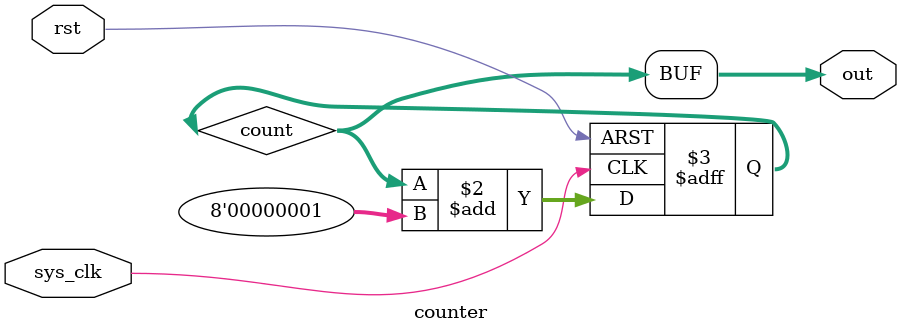
<source format=sv>
module counter(
    input sys_clk,
    input rst,
    output [7:0] out
);

reg [7:0] count;

assign out = count;

always @(posedge sys_clk or posedge rst) begin
    if(rst) begin
        count <= 8'd0;
    end else begin
        count <= count + 8'd1;
    end
end

endmodule
</source>
